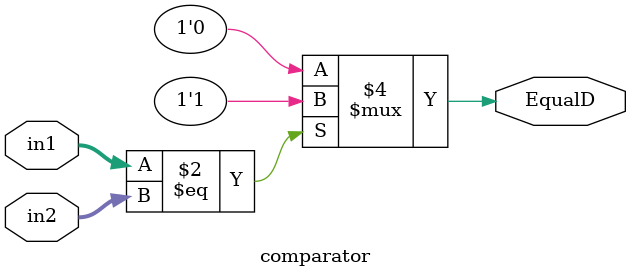
<source format=v>
module comparator #(parameter DATA_WIDTH = 32) (in1 , in2 , EqualD);
    input [DATA_WIDTH-1:0] in1 , in2;
    output reg EqualD;

    always @(*) begin
        if (in1 == in2) begin
            EqualD = 1;
        end
        else begin
            EqualD = 0;
        end
    end
endmodule
</source>
